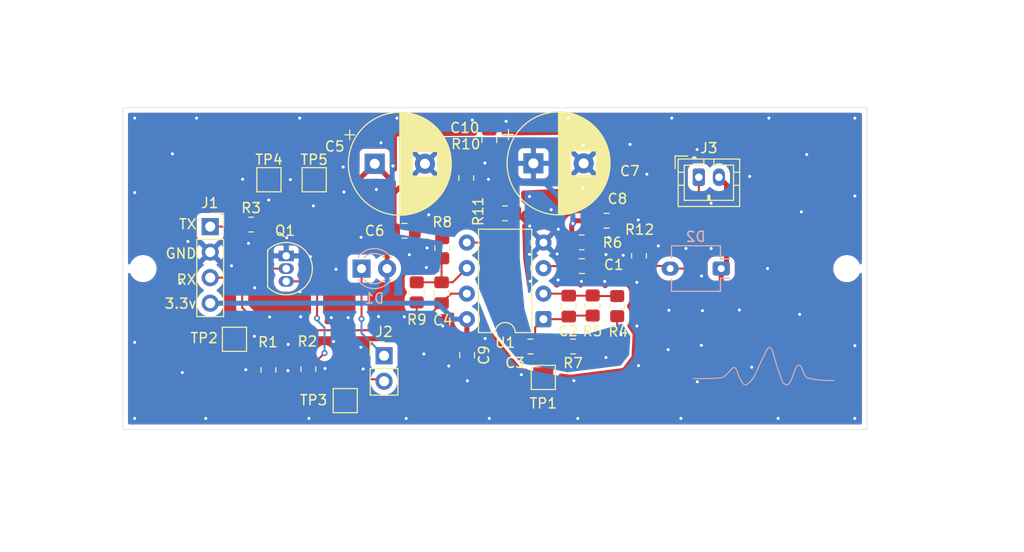
<source format=kicad_pcb>
(kicad_pcb (version 20241229) (generator "pcbnew") (generator_version "9.0")
  (layers (0 "F.Cu" signal) (2 "B.Cu" signal) (13 "F.Paste" user) (15 "B.Paste" user) (5 "F.SilkS" user "F.Silkscreen") (7 "B.SilkS" user "B.Silkscreen") (1 "F.Mask" user) (3 "B.Mask" user) (25 "Edge.Cuts" user))
  (net 0 "")
  (net 1 "Net-(D1-K)")
  (net 2 "+3V3")
  (net 3 "/Tx")
  (net 4 "/Rx")
  (net 5 "GND")
  (net 6 "Net-(J2-Pin_2)")
  (net 7 "Net-(Q1-G)")
  (net 8 "Net-(Q1-D)")
  (net 9 "/sigin")
  (net 10 "Net-(U1A-+)")
  (net 11 "Net-(C2-Pad2)")
  (net 12 "Net-(U1A--)")
  (net 13 "Net-(U1B-+)")
  (net 14 "Net-(U1B--)")
  (net 15 "/a_gnd")
  (footprint "Resistor_SMD:R_0805_2012Metric_Pad1.20x1.40mm_HandSolder" (layer "F.Cu") (at 126.22 75.36 -90)
    (property "Reference" "R9" (at 2.71 -0.01 180) (layer "F.SilkS"))
    (property "Value" "3.3k")
    (pad "1" smd roundrect (at -1 0 270) (size 1.2 1.4) (layers "F.Cu" "F.Mask" "F.Paste") (roundrect_rratio 0.208333) (net 14 "Net-(U1B--)"))
    (pad "2" smd roundrect (at 1 0 270) (size 1.2 1.4) (layers "F.Cu" "F.Mask" "F.Paste") (roundrect_rratio 0.208333) (net 4 "/Rx"))
  )
  (footprint "Resistor_SMD:R_0805_2012Metric_Pad1.20x1.40mm_HandSolder" (layer "F.Cu") (at 131.15 63.98 -90)
    (property "Reference" "R10" (at -3.36 0.05 180) (layer "F.SilkS"))
    (property "Value" "100")
    (pad "1" smd roundrect (at -1 0 270) (size 1.2 1.4) (layers "F.Cu" "F.Mask" "F.Paste") (roundrect_rratio 0.208333) (net 15 "/a_gnd"))
    (pad "2" smd roundrect (at 1 0 270) (size 1.2 1.4) (layers "F.Cu" "F.Mask" "F.Paste") (roundrect_rratio 0.208333) (net 2 "+3V3"))
  )
  (footprint "TestPoint:TestPoint_Pad_2.0x2.0mm" (layer "F.Cu") (at 111.52 64.16)
    (property "Reference" "TP4" (at 0 -1.998 0) (layer "F.SilkS"))
    (property "Value" "TestPoint")
    (pad "1" smd rect (at 0 0) (size 2 2) (layers "F.Cu" "F.Mask") (net 5 "GND"))
  )
  (footprint "Capacitor_SMD:C_0805_2012Metric_Pad1.18x1.45mm_HandSolder" (layer "F.Cu") (at 133.441861 60.208126 90)
    (property "Reference" "C10" (at 1.208126 -2.441861 0) (layer "F.SilkS"))
    (property "Value" "100 nF")
    (pad "1" smd roundrect (at -1.0375 0 90) (size 1.175 1.45) (layers "F.Cu" "F.Mask" "F.Paste") (roundrect_rratio 0.212766) (net 15 "/a_gnd"))
    (pad "2" smd roundrect (at 1.0375 0 90) (size 1.175 1.45) (layers "F.Cu" "F.Mask" "F.Paste") (roundrect_rratio 0.212766) (net 5 "GND"))
  )
  (footprint "Capacitor_SMD:C_0805_2012Metric_Pad1.18x1.45mm_HandSolder" (layer "F.Cu") (at 128.69 75.4 -90)
    (property "Reference" "C4" (at 2.74 -0.12 180) (layer "F.SilkS"))
    (property "Value" "2nF")
    (pad "1" smd roundrect (at -1.0375 0 270) (size 1.175 1.45) (layers "F.Cu" "F.Mask" "F.Paste") (roundrect_rratio 0.212766) (net 14 "Net-(U1B--)"))
    (pad "2" smd roundrect (at 1.0375 0 270) (size 1.175 1.45) (layers "F.Cu" "F.Mask" "F.Paste") (roundrect_rratio 0.212766) (net 4 "/Rx"))
  )
  (footprint "Resistor_SMD:R_0805_2012Metric_Pad1.20x1.40mm_HandSolder" (layer "F.Cu") (at 148.33 71.73 -90)
    (property "Reference" "R12" (at -2.61 -0.05 180) (layer "F.SilkS"))
    (property "Value" "2.6k")
    (pad "1" smd roundrect (at -1 0 270) (size 1.2 1.4) (layers "F.Cu" "F.Mask" "F.Paste") (roundrect_rratio 0.208333) (net 5 "GND"))
    (pad "2" smd roundrect (at 1 0 270) (size 1.2 1.4) (layers "F.Cu" "F.Mask" "F.Paste") (roundrect_rratio 0.208333) (net 9 "/sigin"))
  )
  (footprint "Connector_PinSocket_2.54mm:PinSocket_1x04_P2.54mm_Vertical" (layer "F.Cu") (at 105.68 68.82)
    (property "Reference" "J1" (at -0.04 -2.35 0) (layer "F.SilkS"))
    (property "Value" "Conn_01x04_Socket" (hide yes))
    (pad "1" thru_hole rect (at 0 0) (size 1.7 1.7) (drill 1) (layers "*.Cu" "*.Mask") (net 3 "/Tx"))
    (pad "2" thru_hole circle (at 0 2.54) (size 1.7 1.7) (drill 1) (layers "*.Cu" "*.Mask") (net 5 "GND"))
    (pad "3" thru_hole circle (at 0 5.08) (size 1.7 1.7) (drill 1) (layers "*.Cu" "*.Mask") (net 4 "/Rx"))
    (pad "4" thru_hole circle (at 0 7.62) (size 1.7 1.7) (drill 1) (layers "*.Cu" "*.Mask") (net 2 "+3V3"))
  )
  (footprint "Capacitor_SMD:C_0805_2012Metric_Pad1.18x1.45mm_HandSolder" (layer "F.Cu") (at 141.34 76.73 -90)
    (property "Reference" "C2" (at 2.48 0.06 180) (layer "F.SilkS"))
    (property "Value" "2nF")
    (pad "1" smd roundrect (at -1.0375 0 270) (size 1.175 1.45) (layers "F.Cu" "F.Mask" "F.Paste") (roundrect_rratio 0.212766) (net 12 "Net-(U1A--)"))
    (pad "2" smd roundrect (at 1.0375 0 270) (size 1.175 1.45) (layers "F.Cu" "F.Mask" "F.Paste") (roundrect_rratio 0.212766) (net 11 "Net-(C2-Pad2)"))
  )
  (footprint "TestPoint:TestPoint_Pad_2.0x2.0mm" (layer "F.Cu") (at 116.02 64.16)
    (property "Reference" "TP5" (at 0 -1.998 0) (layer "F.SilkS"))
    (property "Value" "TestPoint")
    (pad "1" smd rect (at 0 0) (size 2 2) (layers "F.Cu" "F.Mask") (net 2 "+3V3"))
  )
  (footprint "TestPoint:TestPoint_Pad_2.0x2.0mm" (layer "F.Cu") (at 119.11 86.13)
    (property "Reference" "TP3" (at -3.15 -0.05 0) (layer "F.SilkS"))
    (property "Value" "TestPoint")
    (pad "1" smd rect (at 0 0) (size 2 2) (layers "F.Cu" "F.Mask") (net 6 "Net-(J2-Pin_2)"))
  )
  (footprint "Capacitor_SMD:C_0805_2012Metric_Pad1.18x1.45mm_HandSolder" (layer "F.Cu") (at 131.228989 81.60405 -90)
    (property "Reference" "C9" (at 0 -1.68 90) (layer "F.SilkS"))
    (property "Value" "100 nF")
    (pad "1" smd roundrect (at -1.0375 0 270) (size 1.175 1.45) (layers "F.Cu" "F.Mask" "F.Paste") (roundrect_rratio 0.212766) (net 2 "+3V3"))
    (pad "2" smd roundrect (at 1.0375 0 270) (size 1.175 1.45) (layers "F.Cu" "F.Mask" "F.Paste") (roundrect_rratio 0.212766) (net 5 "GND"))
  )
  (footprint "Resistor_SMD:R_0805_2012Metric_Pad1.20x1.40mm_HandSolder" (layer "F.Cu") (at 135 67.5 180)
    (property "Reference" "R11" (at 2.67 0.19 90) (layer "F.SilkS"))
    (property "Value" "100")
    (pad "1" smd roundrect (at -1 0 180) (size 1.2 1.4) (layers "F.Cu" "F.Mask" "F.Paste") (roundrect_rratio 0.208333) (net 5 "GND"))
    (pad "2" smd roundrect (at 1 0 180) (size 1.2 1.4) (layers "F.Cu" "F.Mask" "F.Paste") (roundrect_rratio 0.208333) (net 15 "/a_gnd"))
  )
  (footprint "Connector_PinHeader_2.54mm:PinHeader_1x02_P2.54mm_Vertical" (layer "F.Cu") (at 122.97 81.665)
    (property "Reference" "J2" (at 0 -2.38 0) (layer "F.SilkS"))
    (property "Value" "Conn_01x02" (hide yes))
    (pad "1" thru_hole rect (at 0 0) (size 1.7 1.7) (drill 1) (layers "*.Cu" "*.Mask") (net 1 "Net-(D1-K)"))
    (pad "2" thru_hole circle (at 0 2.54) (size 1.7 1.7) (drill 1) (layers "*.Cu" "*.Mask") (net 6 "Net-(J2-Pin_2)"))
  )
  (footprint "Resistor_SMD:R_0805_2012Metric_Pad1.20x1.40mm_HandSolder" (layer "F.Cu") (at 141.77 80.75 180)
    (property "Reference" "R7" (at 0 -1.65 0) (layer "F.SilkS"))
    (property "Value" "5.2k")
    (pad "1" smd roundrect (at -1 0 180) (size 1.2 1.4) (layers "F.Cu" "F.Mask" "F.Paste") (roundrect_rratio 0.208333) (net 15 "/a_gnd"))
    (pad "2" smd roundrect (at 1 0 180) (size 1.2 1.4) (layers "F.Cu" "F.Mask" "F.Paste") (roundrect_rratio 0.208333) (net 11 "Net-(C2-Pad2)"))
  )
  (footprint "Capacitor_SMD:C_0805_2012Metric_Pad1.18x1.45mm_HandSolder" (layer "F.Cu") (at 142.64 72.75 180)
    (property "Reference" "C1" (at -3.18 0.13 0) (layer "F.SilkS"))
    (property "Value" "20nF")
    (pad "1" smd roundrect (at -1.0375 0 180) (size 1.175 1.45) (layers "F.Cu" "F.Mask" "F.Paste") (roundrect_rratio 0.212766) (net 9 "/sigin"))
    (pad "2" smd roundrect (at 1.0375 0 180) (size 1.175 1.45) (layers "F.Cu" "F.Mask" "F.Paste") (roundrect_rratio 0.212766) (net 10 "Net-(U1A-+)"))
  )
  (footprint "MountingHole:MountingHole_2.2mm_M2" (layer "F.Cu") (at 169 73)
    (property "Reference" "REF**" (hide yes))
    (property "Value" "MountingHole_2.2mm_M2" (hide yes))
    (pad "" np_thru_hole circle (at 0 0) (size 2.2 2.2) (drill 2.2) (layers "*.Cu" "*.Mask"))
  )
  (footprint "Capacitor_THT:CP_Radial_D10.0mm_P5.00mm" (layer "F.Cu") (at 137.827349 62.53)
    (property "Reference" "C7" (at 9.592651 0.77 0) (layer "F.SilkS"))
    (property "Value" "100 uF")
    (pad "1" thru_hole rect (at 0 0) (size 2 2) (drill 1) (layers "*.Cu" "*.Mask") (net 15 "/a_gnd"))
    (pad "2" thru_hole circle (at 5 0) (size 2 2) (drill 1) (layers "*.Cu" "*.Mask") (net 5 "GND"))
  )
  (footprint "Capacitor_SMD:C_0805_2012Metric_Pad1.18x1.45mm_HandSolder" (layer "F.Cu") (at 125 69.24)
    (property "Reference" "C6" (at -2.96 0 0) (layer "F.SilkS"))
    (property "Value" "0.1 uF")
    (pad "1" smd roundrect (at -1.0375 0) (size 1.175 1.45) (layers "F.Cu" "F.Mask" "F.Paste") (roundrect_rratio 0.212766) (net 2 "+3V3"))
    (pad "2" smd roundrect (at 1.0375 0) (size 1.175 1.45) (layers "F.Cu" "F.Mask" "F.Paste") (roundrect_rratio 0.212766) (net 15 "/a_gnd"))
  )
  (footprint "Capacitor_SMD:C_0805_2012Metric_Pad1.18x1.45mm_HandSolder" (layer "F.Cu") (at 145.11 68.24)
    (property "Reference" "C8" (at 1.072764 -2.180345 0) (layer "F.SilkS"))
    (property "Value" "0.1 uF")
    (pad "1" smd roundrect (at -1.0375 0) (size 1.175 1.45) (layers "F.Cu" "F.Mask" "F.Paste") (roundrect_rratio 0.212766) (net 15 "/a_gnd"))
    (pad "2" smd roundrect (at 1.0375 0) (size 1.175 1.45) (layers "F.Cu" "F.Mask" "F.Paste") (roundrect_rratio 0.212766) (net 5 "GND"))
  )
  (footprint "TestPoint:TestPoint_Pad_2.0x2.0mm" (layer "F.Cu") (at 138.81 83.82)
    (property "Reference" "TP1" (at 0 2.58 0) (layer "F.SilkS"))
    (property "Value" "TestPoint")
    (pad "1" smd rect (at 0 0) (size 2 2) (layers "F.Cu" "F.Mask") (net 11 "Net-(C2-Pad2)"))
  )
  (footprint "MountingHole:MountingHole_2.2mm_M2" (layer "F.Cu") (at 99 73)
    (property "Reference" "REF**" (hide yes))
    (property "Value" "MountingHole_2.2mm_M2" (hide yes))
    (pad "" np_thru_hole circle (at 0 0) (size 2.2 2.2) (drill 2.2) (layers "*.Cu" "*.Mask"))
  )
  (footprint "Resistor_SMD:R_0805_2012Metric_Pad1.20x1.40mm_HandSolder" (layer "F.Cu") (at 142.64 70.39)
    (property "Reference" "R6" (at 3.05 0.03 0) (layer "F.SilkS"))
    (property "Value" "5.2k")
    (pad "1" smd roundrect (at -1 0) (size 1.2 1.4) (layers "F.Cu" "F.Mask" "F.Paste") (roundrect_rratio 0.208333) (net 15 "/a_gnd"))
    (pad "2" smd roundrect (at 1 0) (size 1.2 1.4) (layers "F.Cu" "F.Mask" "F.Paste") (roundrect_rratio 0.208333) (net 9 "/sigin"))
  )
  (footprint "Resistor_SMD:R_0805_2012Metric_Pad1.20x1.40mm_HandSolder" (layer "F.Cu") (at 128.76 70.97 -90)
    (property "Reference" "R8" (at -2.59 0 180) (layer "F.SilkS"))
    (property "Value" "10")
    (pad "1" smd roundrect (at -1 0 270) (size 1.2 1.4) (layers "F.Cu" "F.Mask" "F.Paste") (roundrect_rratio 0.208333) (net 15 "/a_gnd"))
    (pad "2" smd roundrect (at 1 0 270) (size 1.2 1.4) (layers "F.Cu" "F.Mask" "F.Paste") (roundrect_rratio 0.208333) (net 14 "Net-(U1B--)"))
  )
  (footprint "Resistor_SMD:R_0805_2012Metric_Pad1.20x1.40mm_HandSolder" (layer "F.Cu") (at 146.16 76.73 90)
    (property "Reference" "R4" (at -2.54 0.1 180) (layer "F.SilkS"))
    (property "Value" "10")
    (pad "1" smd roundrect (at -1 0 90) (size 1.2 1.4) (layers "F.Cu" "F.Mask" "F.Paste") (roundrect_rratio 0.208333) (net 15 "/a_gnd"))
    (pad "2" smd roundrect (at 1 0 90) (size 1.2 1.4) (layers "F.Cu" "F.Mask" "F.Paste") (roundrect_rratio 0.208333) (net 12 "Net-(U1A--)"))
  )
  (footprint "TestPoint:TestPoint_Pad_2.0x2.0mm" (layer "F.Cu") (at 108.09 80.03)
    (property "Reference" "TP2" (at -3.01 -0.12 0) (layer "F.SilkS"))
    (property "Value" "TestPoint")
    (pad "1" smd rect (at 0 0) (size 2 2) (layers "F.Cu" "F.Mask") (net 4 "/Rx"))
  )
  (footprint "Connector_JST:JST_PH_B2B-PH-K_1x02_P2.00mm_Vertical" (layer "F.Cu") (at 154.28 63.91)
    (property "Reference" "J3" (at 1 -2.9 0) (layer "F.SilkS"))
    (property "Value" "Conn_01x02_Socket")
    (pad "1" thru_hole roundrect (at 0 0) (size 1.2 1.75) (drill 0.75) (layers "*.Cu" "*.Mask") (roundrect_rratio 0.208333) (net 9 "/sigin"))
    (pad "2" thru_hole oval (at 2 0) (size 1.2 1.75) (drill 0.75) (layers "*.Cu" "*.Mask") (net 2 "+3V3"))
  )
  (footprint "Capacitor_SMD:C_0805_2012Metric_Pad1.18x1.45mm_HandSolder" (layer "F.Cu") (at 137.53 80.75 180)
    (property "Reference" "C3" (at 1.53 -1.62 0) (layer "F.SilkS"))
    (property "Value" "20nF")
    (pad "1" smd roundrect (at -1.0375 0 180) (size 1.175 1.45) (layers "F.Cu" "F.Mask" "F.Paste") (roundrect_rratio 0.212766) (net 11 "Net-(C2-Pad2)"))
    (pad "2" smd roundrect (at 1.0375 0 180) (size 1.175 1.45) (layers "F.Cu" "F.Mask" "F.Paste") (roundrect_rratio 0.212766) (net 13 "Net-(U1B-+)"))
  )
  (footprint "Resistor_SMD:R_0805_2012Metric_Pad1.20x1.40mm_HandSolder" (layer "F.Cu") (at 115.44 83.005 90)
    (property "Reference" "R2" (at 2.76 -0.1 180) (layer "F.SilkS"))
    (property "Value" "10")
    (pad "1" smd roundrect (at -1 0 90) (size 1.2 1.4) (layers "F.Cu" "F.Mask" "F.Paste") (roundrect_rratio 0.208333) (net 6 "Net-(J2-Pin_2)"))
    (pad "2" smd roundrect (at 1 0 90) (size 1.2 1.4) (layers "F.Cu" "F.Mask" "F.Paste") (roundrect_rratio 0.208333) (net 8 "Net-(Q1-D)"))
  )
  (footprint "Resistor_SMD:R_0805_2012Metric_Pad1.20x1.40mm_HandSolder" (layer "F.Cu") (at 109.75 68.62)
    (property "Reference" "R3" (at 0 -1.65 0) (layer "F.SilkS"))
    (property "Value" "330")
    (pad "1" smd roundrect (at -1 0) (size 1.2 1.4) (layers "F.Cu" "F.Mask" "F.Paste") (roundrect_rratio 0.208333) (net 3 "/Tx"))
    (pad "2" smd roundrect (at 1 0) (size 1.2 1.4) (layers "F.Cu" "F.Mask" "F.Paste") (roundrect_rratio 0.208333) (net 7 "Net-(Q1-G)"))
  )
  (footprint "Capacitor_THT:CP_Radial_D10.0mm_P5.00mm" (layer "F.Cu") (at 122.037349 62.57)
    (property "Reference" "C5" (at -3.977349 -1.72 0) (layer "F.SilkS"))
    (property "Value" "100 uF")
    (pad "1" thru_hole rect (at 0 0) (size 2 2) (drill 1) (layers "*.Cu" "*.Mask") (net 2 "+3V3"))
    (pad "2" thru_hole circle (at 5 0) (size 2 2) (drill 1) (layers "*.Cu" "*.Mask") (net 15 "/a_gnd"))
  )
  (footprint "Package_TO_SOT_THT:TO-92_Inline" (layer "F.Cu") (at 113.24 71.73 -90)
    (property "Reference" "Q1" (at -2.5 0.12 180) (layer "F.SilkS"))
    (property "Value" "VN2106" (hide yes))
    (pad "1" thru_hole rect (at 0 0 270) (size 1.05 1.5) (drill 0.75) (layers "*.Cu" "*.Mask") (net 5 "GND"))
    (pad "2" thru_hole oval (at 1.27 0 270) (size 1.05 1.5) (drill 0.75) (layers "*.Cu" "*.Mask") (net 7 "Net-(Q1-G)"))
    (pad "3" thru_hole oval (at 2.54 0 270) (size 1.05 1.5) (drill 0.75) (layers "*.Cu" "*.Mask") (net 8 "Net-(Q1-D)"))
  )
  (footprint "Package_DIP:DIP-8_W7.62mm" (layer "F.Cu") (at 138.825 78.03 180)
    (property "Reference" "U1" (at 3.81 -2.33 0) (layer "F.SilkS"))
    (property "Value" "MCP6002-xP" (hide yes))
    (pad "1" thru_hole roundrect (at 0 0 180) (size 1.6 1.6) (drill 0.8) (layers "*.Cu" "*.Mask") (roundrect_rratio 0.15625) (net 11 "Net-(C2-Pad2)"))
    (pad "2" thru_hole circle (at 0 2.54 180) (size 1.6 1.6) (drill 0.8) (layers "*.Cu" "*.Mask") (net 12 "Net-(U1A--)"))
    (pad "3" thru_hole circle (at 0 5.08 180) (size 1.6 1.6) (drill 0.8) (layers "*.Cu" "*.Mask") (net 10 "Net-(U1A-+)"))
    (pad "4" thru_hole circle (at 0 7.62 180) (size 1.6 1.6) (drill 0.8) (layers "*.Cu" "*.Mask") (net 5 "GND"))
    (pad "5" thru_hole circle (at 7.62 7.62 180) (size 1.6 1.6) (drill 0.8) (layers "*.Cu" "*.Mask") (net 13 "Net-(U1B-+)"))
    (pad "6" thru_hole circle (at 7.62 5.08 180) (size 1.6 1.6) (drill 0.8) (layers "*.Cu" "*.Mask") (net 14 "Net-(U1B--)"))
    (pad "7" thru_hole circle (at 7.62 2.54 180) (size 1.6 1.6) (drill 0.8) (layers "*.Cu" "*.Mask") (net 4 "/Rx"))
    (pad "8" thru_hole circle (at 7.62 0 180) (size 1.6 1.6) (drill 0.8) (layers "*.Cu" "*.Mask") (net 2 "+3V3"))
  )
  (footprint "Resistor_SMD:R_0805_2012Metric_Pad1.20x1.40mm_HandSolder" (layer "F.Cu") (at 143.72 76.67 -90)
    (property "Reference" "R5" (at 2.55 0.02 180) (layer "F.SilkS"))
    (property "Value" "3.3k")
    (pad "1" smd roundrect (at -1 0 270) (size 1.2 1.4) (layers "F.Cu" "F.Mask" "F.Paste") (roundrect_rratio 0.208333) (net 12 "Net-(U1A--)"))
    (pad "2" smd roundrect (at 1 0 270) (size 1.2 1.4) (layers "F.Cu" "F.Mask" "F.Paste") (roundrect_rratio 0.208333) (net 11 "Net-(C2-Pad2)"))
  )
  (footprint "Resistor_SMD:R_0805_2012Metric_Pad1.20x1.40mm_HandSolder" (layer "F.Cu") (at 111.47 83.075 90)
    (property "Reference" "R1" (at 2.76 -0.05 180) (layer "F.SilkS"))
    (property "Value" "10")
    (pad "1" smd roundrect (at -1 0 90) (size 1.2 1.4) (layers "F.Cu" "F.Mask" "F.Paste") (roundrect_rratio 0.208333) (net 6 "Net-(J2-Pin_2)"))
    (pad "2" smd roundrect (at 1 0 90) (size 1.2 1.4) (layers "F.Cu" "F.Mask" "F.Paste") (roundrect_rratio 0.208333) (net 8 "Net-(Q1-D)"))
  )
  (footprint "LED_THT:LED_D3.0mm" (layer "B.Cu") (at 120.73 73)
    (property "Reference" "D1" (at 1.27 2.96 0) (layer "B.SilkS") (effects (justify mirror)))
    (property "Value" "LED" (hide yes))
    (pad "1" thru_hole rect (at 0 0) (size 1.8 1.8) (drill 0.9) (layers "*.Cu" "*.Mask") (net 1 "Net-(D1-K)"))
    (pad "2" thru_hole circle (at 2.54 0) (size 1.8 1.8) (drill 0.9) (layers "*.Cu" "*.Mask") (net 2 "+3V3"))
  )
  (footprint "OptoDevice:Osram_DIL2_4.3x4.65mm_P5.08mm" (layer "B.Cu") (at 156.510048 72.994083 180)
    (property "Reference" "D2" (at 2.54 3.17 0) (layer "B.SilkS") (effects (justify mirror)))
    (property "Value" "BPW34")
    (pad "1" thru_hole roundrect (at 0 0 180) (size 1.7 1.4) (drill 0.7) (layers "*.Cu" "*.Mask") (roundrect_rratio 0.178) (net 2 "+3V3"))
    (pad "2" thru_hole oval (at 5.08 0 180) (size 1.7 1.4) (drill 0.7) (layers "*.Cu" "*.Mask") (net 9 "/sigin"))
  )
  (gr_curve (pts (xy 160.97 81.25) (xy 161.2 80.77) (xy 161.46 80.6) (xy 161.69 81.45)) (stroke (width 0.1)) (layer "B.SilkS"))
  (gr_curve (pts (xy 162.81 84.48) (xy 163.21 84.72) (xy 163.4 84.37) (xy 163.76 83.3)) (stroke (width 0.1)) (layer "B.SilkS"))
  (gr_curve (pts (xy 156.75 83.78) (xy 157.52 83.18) (xy 157.79 82.26) (xy 158.13 83.32)) (stroke (width 0.1)) (layer "B.SilkS"))
  (gr_curve (pts (xy 162.22 83.2) (xy 162.6 84.11) (xy 162.39 84.09) (xy 162.81 84.48)) (stroke (width 0.1)) (layer "B.SilkS"))
  (gr_curve (pts (xy 159.02 84.54) (xy 159.28 84.38) (xy 159.64 84.14) (xy 160.09 83.1)) (stroke (width 0.1)) (layer "B.SilkS"))
  (gr_curve (pts (xy 164.62 83.14) (xy 164.89 83.75) (xy 164.9 83.87) (xy 165.37 83.93)) (stroke (width 0.1)) (layer "B.SilkS"))
  (gr_curve (pts (xy 153.72 83.94) (xy 154.28 83.96) (xy 156.53 83.95) (xy 156.75 83.78)) (stroke (width 0.1)) (layer "B.SilkS"))
  (gr_curve (pts (xy 158.13 83.32) (xy 158.4 84.17) (xy 158.76 84.7) (xy 159.02 84.54)) (stroke (width 0.1)) (layer "B.SilkS"))
  (gr_curve (pts (xy 160.09 83.1) (xy 160.53 82.02) (xy 160.71 81.79) (xy 160.97 81.25)) (stroke (width 0.1)) (layer "B.SilkS"))
  (gr_curve (pts (xy 161.69 81.45) (xy 161.94 82.25) (xy 161.91 82.32) (xy 162.22 83.2)) (stroke (width 0.1)) (layer "B.SilkS"))
  (gr_curve (pts (xy 165.37 83.93) (xy 165.89 84.07) (xy 166.57 84.14) (xy 167.68 84.14)) (stroke (width 0.1)) (layer "B.SilkS"))
  (gr_curve (pts (xy 163.76 83.3) (xy 164.26 81.8) (xy 164.62 83.14) (xy 164.62 83.14)) (stroke (width 0.1)) (layer "B.SilkS"))
  (gr_rect (start 97 57) (end 171 89) (stroke (width 0.05)) (fill no) (layer "Edge.Cuts"))
  (gr_text "TX" (at 102.483333 69.17 0) (layer "F.SilkS") (effects (font (size 1 1) (thickness 0.15) (bold yes)) (justify left bottom)))
  (gr_text "3.3v" (at 101.054762 77.06 0) (layer "F.SilkS") (effects (font (size 1 1) (thickness 0.15) (bold yes)) (justify left bottom)))
  (gr_text "RX" (at 102.245238 74.68 0) (layer "F.SilkS") (effects (font (size 1 1) (thickness 0.15) (bold yes)) (justify left bottom)))
  (gr_text "GND" (at 101.15 72.08 0) (layer "F.SilkS") (effects (font (size 1 1) (thickness 0.15) (bold yes)) (justify left bottom)))
  (segment (start 120.73 78) (end 120.73 73) (width 0.2) (layer "F.Cu") (net 1))
  (via (at 120.73 78) (size 0.6) (drill 0.3) (layers "F.Cu" "B.Cu") (net 1))
  (segment (start 122.97 81.665) (end 120.73 79.425) (width 0.2) (layer "B.Cu") (net 1))
  (segment (start 120.73 79.425) (end 120.73 78) (width 0.2) (layer "B.Cu") (net 1))
  (segment (start 123.89 64.422651) (end 123.89 65.412349) (width 0.5) (layer "F.Cu") (net 2))
  (segment (start 123.27 69.9325) (end 123.9625 69.24) (width 0.5) (layer "F.Cu") (net 2))
  (segment (start 123.89 65.412349) (end 123.9625 65.484849) (width 0.5) (layer "F.Cu") (net 2))
  (segment (start 157.041 64.671) (end 157.041 72.463131) (width 0.5) (layer "F.Cu") (net 2))
  (segment (start 156.28 63.91) (end 157.041 64.671) (width 0.5) (layer "F.Cu") (net 2))
  (segment (start 156.5 73.004131) (end 156.510048 72.994083) (width 0.5) (layer "F.Cu") (net 2))
  (segment (start 157.041 72.463131) (end 156.510048 72.994083) (width 0.5) (layer "F.Cu") (net 2))
  (segment (start 131.205 78.03) (end 131.205 80.542561) (width 0.5) (layer "F.Cu") (net 2))
  (segment (start 116.02 64.16) (end 120.447349 64.16) (width 0.5) (layer "F.Cu") (net 2))
  (segment (start 122.037349 62.57) (end 123.89 64.422651) (width 0.5) (layer "F.Cu") (net 2))
  (segment (start 131.56655 80.56655) (end 137 86) (width 0.5) (layer "F.Cu") (net 2))
  (segment (start 131.228989 80.56655) (end 131.56655 80.56655) (width 0.5) (layer "F.Cu") (net 2))
  (segment (start 124.467349 64.98) (end 131.15 64.98) (width 0.5) (layer "F.Cu") (net 2))
  (segment (start 123.9625 65.484849) (end 124.467349 64.98) (width 0.5) (layer "F.Cu") (net 2))
  (segment (start 123.27 73) (end 123.27 69.9325) (width 0.5) (layer "F.Cu") (net 2))
  (segment (start 154.5 86) (end 156.5 84) (width 0.5) (layer "F.Cu") (net 2))
  (segment (start 156.5 84) (end 156.5 73.004131) (width 0.5) (layer "F.Cu") (net 2))
  (segment (start 137 86) (end 154.5 86) (width 0.5) (layer "F.Cu") (net 2))
  (segment (start 120.447349 64.16) (end 122.037349 62.57) (width 0.5) (layer "F.Cu") (net 2))
  (segment (start 123.9625 69.24) (end 123.9625 65.484849) (width 0.5) (layer "F.Cu") (net 2))
  (segment (start 131.205 80.542561) (end 131.228989 80.56655) (width 0.5) (layer "F.Cu") (net 2))
  (segment (start 129.88 78.03) (end 131.205 78.03) (width 0.5) (layer "B.Cu") (net 2))
  (segment (start 123.27 75.16) (end 123.27 73) (width 0.5) (layer "B.Cu") (net 2))
  (segment (start 121.89 76.44) (end 121.99 76.44) (width 0.5) (layer "B.Cu") (net 2))
  (segment (start 121.89 76.44) (end 128.29 76.44) (width 0.5) (layer "B.Cu") (net 2))
  (segment (start 105.68 76.44) (end 121.89 76.44) (width 0.5) (layer "B.Cu") (net 2))
  (segment (start 128.29 76.44) (end 129.88 78.03) (width 0.5) (layer "B.Cu") (net 2))
  (segment (start 121.99 76.44) (end 123.27 75.16) (width 0.5) (layer "B.Cu") (net 2))
  (segment (start 108.55 68.82) (end 108.75 68.62) (width 0.2) (layer "F.Cu") (net 3))
  (segment (start 105.68 68.82) (end 108.55 68.82) (width 0.2) (layer "F.Cu") (net 3))
  (segment (start 110.495 78.515) (end 108.86 76.88) (width 0.2) (layer "F.Cu") (net 4))
  (segment (start 126.22 76.36) (end 126.22 78.9) (width 0.2) (layer "F.Cu") (net 4))
  (segment (start 131.205 75.49) (end 129.6375 75.49) (width 0.2) (layer "F.Cu") (net 4))
  (segment (start 126.22 78.9) (end 126.175 78.945) (width 0.2) (layer "F.Cu") (net 4))
  (segment (start 109.605 78.515) (end 110.495 78.515) (width 0.2) (layer "F.Cu") (net 4))
  (segment (start 126.175 78.945) (end 125.99 79.13) (width 0.2) (layer "F.Cu") (net 4))
  (segment (start 107.29 73.9) (end 105.68 73.9) (width 0.2) (layer "F.Cu") (net 4))
  (segment (start 111.11 79.13) (end 110.495 78.515) (width 0.2) (layer "F.Cu") (net 4))
  (segment (start 128.69 76.4375) (end 128.6825 76.4375) (width 0.2) (layer "F.Cu") (net 4))
  (segment (start 108.86 76.88) (end 108.86 75.47) (width 0.2) (layer "F.Cu") (net 4))
  (segment (start 129.6375 75.49) (end 128.69 76.4375) (width 0.2) (layer "F.Cu") (net 4))
  (segment (start 128.6825 76.4375) (end 126.175 78.945) (width 0.2) (layer "F.Cu") (net 4))
  (segment (start 125.99 79.13) (end 111.11 79.13) (width 0.2) (layer "F.Cu") (net 4))
  (segment (start 108.09 80.03) (end 109.605 78.515) (width 0.2) (layer "F.Cu") (net 4))
  (segment (start 108.86 75.47) (end 107.29 73.9) (width 0.2) (layer "F.Cu") (net 4))
  (segment (start 137.5 68.73) (end 137.46 68.77) (width 0.2) (layer "F.Cu") (net 5))
  (segment (start 136 67.5) (end 136.27 67.5) (width 0.5) (layer "F.Cu") (net 5))
  (segment (start 136.27 67.5) (end 137.5 68.73) (width 0.5) (layer "F.Cu") (net 5))
  (via (at 126.93 81.49) (size 0.6) (drill 0.3) (layers "F.Cu" "B.Cu") (net 5))
  (via (at 145.34 69.91) (size 0.6) (drill 0.3) (layers "F.Cu" "B.Cu") (net 5))
  (via (at 115.94 66.76) (size 0.6) (drill 0.3) (layers "F.Cu" "B.Cu") (net 5))
  (via (at 120.68 69.89) (size 0.6) (drill 0.3) (layers "F.Cu" "B.Cu") (net 5))
  (via (at 142.24 87.9) (size 0.6) (drill 0.3) (layers "F.Cu" "B.Cu") (net 5))
  (via (at 133.03 79.95) (size 0.6) (drill 0.3) (layers "F.Cu" "B.Cu") (net 5))
  (via (at 161.25 58.03) (size 0.6) (drill 0.3) (layers "F.Cu" "B.Cu") (net 5))
  (via (at 158.314066 77.115955) (size 0.6) (drill 0.3) (layers "F.Cu" "B.Cu") (net 5))
  (via (at 98.171421 87.9) (size 0.6) (drill 0.3) (layers "F.Cu" "B.Cu") (net 5))
  (via (at 98.171421 58.03) (size 0.6) (drill 0.3) (layers "F.Cu" "B.Cu") (net 5))
  (via (at 123.849792 62.792715) (size 0.6) (drill 0.3) (layers "F.Cu" "B.Cu") (net 5))
  (via (at 169.8 80.67) (size 0.6) (drill 0.3) (layers "F.Cu" "B.Cu") (net 5))
  (via (at 127.25 70.94) (size 0.6) (drill 0.3) (layers "F.Cu" "B.Cu") (net 5))
  (via (at 115.5 87.9) (size 0.6) (drill 0.3) (layers "F.Cu" "B.Cu") (net 5))
  (via (at 137.46 68.77) (size 0.6) (drill 0.3) (layers "F.Cu" "B.Cu") (net 5))
  (via (at 141.85 84.14) (size 0.6) (drill 0.3) (layers "F.Cu" "B.Cu") (net 5))
  (via (at 113.43 80.54) (size 0.6) (drill 0.3) (layers "F.Cu" "B.Cu") (net 5))
  (via (at 108.9 64.11) (size 0.6) (drill 0.3) (layers "F.Cu" "B.Cu") (net 5))
  (via (at 109.49 70.49) (size 0.6) (drill 0.3) (layers "F.Cu" "B.Cu") (net 5))
  (via (at 137.44 71.58) (size 0.6) (drill 0.3) (layers "F.Cu" "B.Cu") (net 5))
  (via (at 114.68 77.79) (size 0.6) (drill 0.3) (layers "F.Cu" "B.Cu") (net 5))
  (via (at 154.13302 84.25527) (size 0.6) (drill 0.3) (layers "F.Cu" "B.Cu") (net 5))
  (via (at 141.32 58.03) (size 0.6) (drill 0.3) (layers "F.Cu" "B.Cu") (net 5))
  (via (at 119.4 77.88) (size 0.6) (drill 0.3) (layers "F.Cu" "B.Cu") (net 5))
  (via (at 125.17 87.9) (size 0.6) (drill 0.3) (layers "F.Cu" "B.Cu") (net 5))
  (via (at 142.78 60.73) (size 0.6) (drill 0.3) (layers "F.Cu" "B.Cu") (net 5))
  (via (at 144.92 74.28) (size 0.6) (drill 0.3) (layers "F.Cu" "B.Cu") (net 5))
  (via (at 113.65 64.15) (size 0.6) (drill 0.3) (layers "F.Cu" "B.Cu") (net 5))
  (via (at 155.5 71) (size 0.6) (drill 0.3) (layers "F.Cu" "B.Cu") (net 5))
  (via (at 118.904522 62.898251) (size 0.6) (drill 0.3) (layers "F.Cu" "B.Cu") (net 5))
  (via (at 117.096627 82.935391) (size 0.6) (drill 0.3) (layers "F.Cu" "B.Cu") (net 5))
  (via (at 110.11 74.91) (size 0.6) (drill 0.3) (layers "F.Cu" "B.Cu") (net 5))
  (via (at 159.54 82.81) (size 0.6) (drill 0.3) (layers "F.Cu" "B.Cu") (net 5))
  (via (at 155.5 66.5) (size 0.6) (drill 0.3) (layers "F.Cu" "B.Cu") (net 5))
  (via (at 98.171421 65.44) (size 0.6) (drill 0.3) (layers "F.Cu" "B.Cu") (net 5))
  (via (at 118.97613 65.380653) (size 0.6) (drill 0.3) (layers "F.Cu" "B.Cu") (net 5))
  (via (at 162.17 87.9) (size 0.6) (drill 0.3) (layers "F.Cu" "B.Cu") (net 5))
  (via (at 169.8 87.9) (size 0.6) (drill 0.3) (layers "F.Cu" "B.Cu") (net 5))
  (via (at 117.73 77.88) (size 0.6) (drill 0.3) (layers "F.Cu" "B.Cu") (net 5))
  (via (at 124.25 58.03) (size 0.6) (drill 0.3) (layers "F.Cu" "B.Cu") (net 5))
  (via (at 131.26 84.16) (size 0.6) (drill 0.3) (layers "F.Cu" "B.Cu") (net 5))
  (via (at 98.171421 80.34) (size 0.6) (drill 0.3) (layers "F.Cu" "B.Cu") (net 5))
  (via (at 137.51 74.25) (size 0.6) (drill 0.3) (layers "F.Cu" "B.Cu") (net 5))
  (via (at 113.41 83.15) (size 0.6) (drill 0.3) (layers "F.Cu" "B.Cu") (net 5))
  (via (at 111.59 77.82) (size 0.6) (drill 0.3) (layers "F.Cu" "B.Cu") (net 5))
  (via (at 152.5 87.9) (size 0.6) (drill 0.3) (layers "F.Cu" "B.Cu") (net 5))
  (via (at 110.073788 79.731562) (size 0.6) (drill 0.3) (layers "F.Cu" "B.Cu") (net 5))
  (via (at 165.02 61.65) (size 0.6) (drill 0.3) (layers "F.Cu" "B.Cu") (net 5))
  (via (at 148.28 82.65) (size 0.6) (drill 0.3) (layers "F.Cu" "B.Cu") (net 5))
  (via (at 151.58 58.03) (size 0.6) (drill 0.3) (layers "F.Cu" "B.Cu") (net 5))
  (via (at 148.11 74.37) (size 0.6) (drill 0.3) (layers "F.Cu" "B.Cu") (net 5))
  (via (at 122.42 77.77) (size 0.6) (drill 0.3) (layers "F.Cu" "B.Cu") (net 5))
  (via (at 129.409426 82.68543) (size 0.6) (drill 0.3) (layers "F.Cu" "B.Cu") (net 5))
  (via (at 146.76 71.67) (size 0.6) (drill 0.3) (layers "F.Cu" "B.Cu") (net 5))
  (via (at 154.107838 61.156658) (size 0.6) (drill 0.3) (layers "F.Cu" "B.Cu") (net 5))
  (via (at 164.31 77.55) (size 0.6) (drill 0.3) (layers "F.Cu" "B.Cu") (net 5))
  (via (at 148.25 68.16) (size 0.6) (drill 0.3) (layers "F.Cu" "B.Cu") (net 5))
  (via (at 118.19 73.06) (size 0.6) (drill 0.3) (layers "F.Cu" "B.Cu") (net 5))
  (via (at 140.3 69.09) (size 0.6) (drill 0.3) (layers "F.Cu" "B.Cu") (net 5))
  (via (at 111.5 66.18) (size 0.6) (drill 0.3) (layers "F.Cu" "B.Cu") (net 5))
  (via (at 151.303046 77.143099) (size 0.6) (drill 0.3) (layers "F.Cu" "B.Cu") (net 5))
  (via (at 154.53 80.63) (size 0.6) (drill 0.3) (layers "F.Cu" "B.Cu") (net 5))
  (via (at 124.981258 77.789085) (size 0.6) (drill 0.3) (layers "F.Cu" "B.Cu") (net 5))
  (via (at 122.67 60.49) (size 0.6) (drill 0.3) (layers "F.Cu" "B.Cu") (net 5))
  (via (at 135.112077 58.353101) (size 0.6) (drill 0.3) (layers "F.Cu" "B.Cu") (net 5))
  (via (at 120.662868 80.830952) (size 0.6) (drill 0.3) (layers "F.Cu" "B.Cu") (net 5))
  (via (at 102.9 83.34) (size 0.6) (drill 0.3) (layers "F.Cu" "B.Cu") (net 5))
  (via (at 161.11 72.99) (size 0.6) (drill 0.3) (layers "F.Cu" "B.Cu") (net 5))
  (via (at 113.29 69.93) (size 0.6) (drill 0.3) (layers "F.Cu" "B.Cu") (net 5))
  (via (at 115.64 71.81) (size 0.6) (drill 0.3) (layers "F.Cu" "B.Cu") (net 5))
  (via (at 140.28 74.13) (size 0.6) (drill 0.3) (layers "F.Cu" "B.Cu") (net 5))
  (via (at 133.43 87.9) (size 0.6) (drill 0.3) (layers "F.Cu" "B.Cu") (net 5))
  (via (at 147.437772 60.645542) (size 0.6) (drill 0.3) (layers "F.Cu" "B.Cu") (net 5))
  (via (at 107.8 72.72) (size 0.6) (drill 0.3) (layers "F.Cu" "B.Cu") (net 5))
  (via (at 114.61 75.3) (size 0.6) (drill 0.3) (layers "F.Cu" "B.Cu") (net 5))
  (via (at 169.8 58.03) (size 0.6) (drill 0.3) (layers "F.Cu" "B.Cu") (net 5))
  (via (at 104.32 58.03) (size 0.6) (drill 0.3) (layers "F.Cu" "B.Cu") (net 5))
  (via (at 140.19 71.54) (size 0.6) (drill 0.3) (layers "F.Cu" "B.Cu") (net 5))
  (via (at 151.228602 81.0573) (size 0.6) (drill 0.3) (layers "F.Cu" "B.Cu") (net 5))
  (via (at 125.49 71.62) (size 0.6) (drill 0.3) (layers "F.Cu" "B.Cu") (net 5))
  (via (at 101.92 61.58) (size 0.6) (drill 0.3) (layers "F.Cu" "B.Cu") (net 5))
  (via (at 137.44 65.83) (size 0.6) (drill 0.3) (layers "F.Cu" "B.Cu") (net 5))
  (via (at 164.48 67.352122) (size 0.6) (drill 0.3) (layers "F.Cu" "B.Cu") (net 5))
  (via (at 114.58 58.03) (size 0.6) (drill 0.3) (layers "F.Cu" "B.Cu") (net 5))
  (via (at 149.11 63.61) (size 0.6) (drill 0.3) (layers "F.Cu" "B.Cu") (net 5))
  (via (at 154.550298 73.739551) (size 0.6) (drill 0.3) (layers "F.Cu" "B.Cu") (net 5))
  (via (at 122.21 65.13) (size 0.6) (drill 0.3) (layers "F.Cu" "B.Cu") (net 5))
  (via (at 148.12 78.71) (size 0.6) (drill 0.3) (layers "F.Cu" "B.Cu") (net 5))
  (via (at 153 71) (size 0.6) (drill 0.3) (layers "F.Cu" "B.Cu") (net 5))
  (via (at 154.63832 77.185) (size 0.6) (drill 0.3) (layers "F.Cu" "B.Cu") (net 5))
  (via (at 169.8 65.77) (size 0.6) (drill 0.3) (layers "F.Cu" "B.Cu") (net 5))
  (via (at 159.34 63.83) (size 0.6) (drill 0.3) (layers "F.Cu" "B.Cu") (net 5))
  (via (at 139.59 67.14) (size 0.6) (drill 0.3) (layers "F.Cu" "B.Cu") (net 5))
  (via (at 105.24 87.9) (size 0.6) (drill 0.3) (layers "F.Cu" "B.Cu") (net 5))
  (via (at 142.6 74.27) (size 0.6) (drill 0.3) (layers "F.Cu" "B.Cu") (net 5))
  (via (at 120.887162 82.988222) (size 0.6) (drill 0.3) (layers "F.Cu" "B.Cu") (net 5))
  (via (at 109.22 83.06) (size 0.6) (drill 0.3) (layers "F.Cu" "B.Cu") (net 5))
  (via (at 127.18 72.89) (size 0.6) (drill 0.3) (layers "F.Cu" "B.Cu") (net 5))
  (via (at 136.63 83.55) (size 0.6) (drill 0.3) (layers "F.Cu" "B.Cu") (net 5))
  (via (at 102.71 74.44) (size 0.6) (drill 0.3) (layers "F.Cu" "B.Cu") (net 5))
  (via (at 150.248911 70.740086) (size 0.6) (drill 0.3) (layers "F.Cu" "B.Cu") (net 5))
  (via (at 117.946684 80.25326) (size 0.6) (drill 0.3) (layers "F.Cu" "B.Cu") (net 5))
  (via (at 103.46 70.3) (size 0.6) (drill 0.3) (layers "F.Cu" "B.Cu") (net 5))
  (via (at 145.04 71.6) (size 0.6) (drill 0.3) (layers "F.Cu" "B.Cu") (net 5))
  (via (at 128.8 78.7) (size 0.6) (drill 0.3) (layers "F.Cu" "B.Cu") (net 5))
  (via (at 142.76 64.95) (size 0.6) (drill 0.3) (layers "F.Cu" "B.Cu") (net 5))
  (via (at 131.75 58.22) (size 0.6) (drill 0.3) (layers "F.Cu" "B.Cu") (net 5))
  (segment (start 122.77 84.005) (end 122.97 84.205) (width 0.2) (layer "F.Cu") (net 6))
  (segment (start 119.48 84.005) (end 122.77 84.005) (width 0.2) (layer "F.Cu") (net 6))
  (segment (start 111.47 84.075) (end 111.596 84.201) (width 0.2) (layer "F.Cu") (net 6))
  (segment (start 119.11 84.375) (end 119.48 84.005) (width 0.2) (layer "F.Cu") (net 6))
  (segment (start 115.244 84.201) (end 115.44 84.005) (width 0.2) (layer "F.Cu") (net 6))
  (segment (start 115.44 84.005) (end 119.48 84.005) (width 0.2) (layer "F.Cu") (net 6))
  (segment (start 111.596 84.201) (end 115.244 84.201) (width 0.2) (layer "F.Cu") (net 6))
  (segment (start 119.11 86.13) (end 119.11 84.375) (width 0.2) (layer "F.Cu") (net 6))
  (segment (start 110.75 72.16) (end 111.59 73) (width 0.2) (layer "F.Cu") (net 7))
  (segment (start 110.75 68.62) (end 110.75 72.16) (width 0.2) (layer "F.Cu") (net 7))
  (segment (start 111.59 73) (end 113.24 73) (width 0.2) (layer "F.Cu") (net 7))
  (segment (start 116.445 82.005) (end 117.05 81.4) (width 0.2) (layer "F.Cu") (net 8))
  (segment (start 116.31 77.3) (end 116.31 75.47) (width 0.2) (layer "F.Cu") (net 8))
  (segment (start 116.31 75.47) (end 115.11 74.27) (width 0.2) (layer "F.Cu") (net 8))
  (segment (start 115.11 74.27) (end 113.24 74.27) (width 0.2) (layer "F.Cu") (net 8))
  (segment (start 116.3 77.94) (end 116.3 77.31) (width 0.2) (layer "F.Cu") (net 8))
  (segment (start 116.3 77.31) (end 116.31 77.3) (width 0.2) (layer "F.Cu") (net 8))
  (segment (start 115.44 82.005) (end 116.445 82.005) (width 0.2) (layer "F.Cu") (net 8))
  (segment (start 115.37 82.075) (end 115.44 82.005) (width 0.2) (layer "F.Cu") (net 8))
  (segment (start 111.47 82.075) (end 115.37 82.075) (width 0.2) (layer "F.Cu") (net 8))
  (via (at 116.3 77.94) (size 0.6) (drill 0.3) (layers "F.Cu" "B.Cu") (net 8))
  (via (at 117.05 81.4) (size 0.6) (drill 0.3) (layers "F.Cu" "B.Cu") (net 8))
  (segment (start 117.05 78.89) (end 117.06 78.88) (width 0.2) (layer "B.Cu") (net 8))
  (segment (start 117.05 81.4) (end 117.05 78.89) (width 0.2) (layer "B.Cu") (net 8))
  (segment (start 116.3 78.12) (end 116.3 77.94) (width 0.2) (layer "B.Cu") (net 8))
  (segment (start 117.06 78.88) (end 116.3 78.12) (width 0.2) (layer "B.Cu") (net 8))
  (segment (start 151.005917 72.994083) (end 150.741834 72.73) (width 0.2) (layer "F.Cu") (net 9))
  (segment (start 148.33 72.73) (end 143.6975 72.73) (width 0.2) (layer "F.Cu") (net 9))
  (segment (start 151.430048 72.994083) (end 151.005917 72.994083) (width 0.2) (layer "F.Cu") (net 9))
  (segment (start 148.6 73) (end 148.33 72.73) (width 0.2) (layer "F.Cu") (net 9))
  (segment (start 143.29 70.74) (end 143.64 70.39) (width 0.2) (layer "F.Cu") (net 9))
  (segment (start 153.494083 72.994083) (end 151.430048 72.994083) (width 0.2) (layer "F.Cu") (net 9))
  (segment (start 153.5 73) (end 153.494083 72.994083) (width 0.2) (layer "F.Cu") (net 9))
  (segment (start 154.28 63.91) (end 154.28 72.22) (width 0.2) (layer "F.Cu") (net 9))
  (segment (start 143.6775 72.75) (end 143.29 72.3625) (width 0.2) (layer "F.Cu") (net 9))
  (segment (start 154.28 72.22) (end 153.5 73) (width 0.2) (layer "F.Cu") (net 9))
  (segment (start 143.29 72.3625) (end 143.29 70.74) (width 0.2) (layer "F.Cu") (net 9))
  (segment (start 150.741834 72.73) (end 148.33 72.73) (width 0.2) (layer "F.Cu") (net 9))
  (segment (start 139.025 72.75) (end 138.825 72.95) (width 0.2) (layer "F.Cu") (net 10))
  (segment (start 141.6025 72.75) (end 139.025 72.75) (width 0.2) (layer "F.Cu") (net 10))
  (segment (start 138.825 78.03) (end 141.0775 78.03) (width 0.2) (layer "F.Cu") (net 11))
  (segment (start 143.72 77.67) (end 141.4375 77.67) (width 0.2) (layer "F.Cu") (net 11))
  (segment (start 138.5675 80.75) (end 137.998406 80.180906) (width 0.2) (layer "F.Cu") (net 11))
  (segment (start 138.81 83.82) (end 138.81 80.9925) (width 0.2) (layer "F.Cu") (net 11))
  (segment (start 138.5675 80.75) (end 140.77 80.75) (width 0.2) (layer "F.Cu") (net 11))
  (segment (start 137.998406 78.856594) (end 138.825 78.03) (width 0.2) (layer "F.Cu") (net 11))
  (segment (start 141.4375 77.67) (end 141.34 77.7675) (width 0.2) (layer "F.Cu") (net 11))
  (segment (start 138.81 80.9925) (end 138.5675 80.75) (width 0.2) (layer "F.Cu") (net 11))
  (segment (start 141.0775 78.03) (end 141.34 77.7675) (width 0.2) (layer "F.Cu") (net 11))
  (segment (start 137.998406 80.180906) (end 137.998406 78.856594) (width 0.2) (layer "F.Cu") (net 11))
  (segment (start 143.6975 75.6925) (end 143.72 75.67) (width 0.2) (layer "F.Cu") (net 12))
  (segment (start 141.34 75.6925) (end 143.6975 75.6925) (width 0.2) (layer "F.Cu") (net 12))
  (segment (start 141.1375 75.49) (end 141.34 75.6925) (width 0.2) (layer "F.Cu") (net 12))
  (segment (start 143.72 75.67) (end 143.84 75.67) (width 0.2) (layer "F.Cu") (net 12))
  (segment (start 138.825 75.49) (end 141.1375 75.49) (width 0.2) (layer "F.Cu") (net 12))
  (segment (start 143.84 75.67) (end 143.9 75.73) (width 0.2) (layer "F.Cu") (net 12))
  (segment (start 143.9 75.73) (end 146.16 75.73) (width 0.2) (layer "F.Cu") (net 12))
  (segment (start 133.41 70.41) (end 134.94 71.94) (width 0.2) (layer "F.Cu") (net 13))
  (segment (start 134.94 79.1975) (end 136.4925 80.75) (width 0.2) (layer "F.Cu") (net 13))
  (segment (start 134.94 71.94) (end 134.94 79.1975) (width 0.2) (layer "F.Cu") (net 13))
  (segment (start 131.205 70.41) (end 133.41 70.41) (width 0.2) (layer "F.Cu") (net 13))
  (segment (start 128.69 74.3625) (end 126.2225 74.3625) (width 0.2) (layer "F.Cu") (net 14))
  (segment (start 128.69 74.3625) (end 128.69 72.04) (width 0.2) (layer "F.Cu") (net 14))
  (segment (start 131.205 72.95) (end 129.7925 74.3625) (width 0.2) (layer "F.Cu") (net 14))
  (segment (start 129.7925 74.3625) (end 128.69 74.3625) (width 0.2) (layer "F.Cu") (net 14))
  (segment (start 126.2225 74.3625) (end 126.22 74.36) (width 0.2) (layer "F.Cu") (net 14))
  (segment (start 128.69 72.04) (end 128.76 71.97) (width 0.2) (layer "F.Cu") (net 14))
  (segment (start 133.36 64.12) (end 132.29 64.12) (width 0.5) (layer "F.Cu") (net 15))
  (segment (start 128.76 68.63) (end 129.12 68.27) (width 0.2) (layer "F.Cu") (net 15))
  (segment (start 126.0375 69.24) (end 126.0375 69.0325) (width 0.2) (layer "F.Cu") (net 15))
  (segment (start 133.441861 62.058139) (end 133 62.5) (width 0.5) (layer "F.Cu") (net 15))
  (segment (start 128.76 69.97) (end 128.76 68.63) (width 0.2) (layer "F.Cu") (net 15))
  (segment (start 134 67.5) (end 134 64.76) (width 0.5) (layer "F.Cu") (net 15))
  (segment (start 142.97 80.78) (end 143.98 80.78) (width 0.2) (layer "F.Cu") (net 15))
  (segment (start 143.98 80.78) (end 145.04 81.84) (width 0.2) (layer "F.Cu") (net 15))
  (segment (start 146.16 79.21) (end 146.53 79.58) (width 0.2) (layer "F.Cu") (net 15))
  (segment (start 126.0375 69.0325) (end 127.42 67.65) (width 0.2) (layer "F.Cu") (net 15))
  (segment (start 141.64 70.39) (end 141.64 68.61) (width 0.5) (layer "F.Cu") (net 15))
  (segment (start 132.29 64.12) (end 131.15 62.98) (width 0.5) (layer "F.Cu") (net 15))
  (segment (start 134 64.76) (end 133.36 64.12) (width 0.5) (layer "F.Cu") (net 15))
  (segment (start 133.441861 61.245626) (end 133.441861 62.058139) (width 0.5) (layer "F.Cu") (net 15))
  (segment (start 144.0725 68.24) (end 142.01 68.24) (width 0.5) (layer "F.Cu") (net 15))
  (segment (start 142.01 68.24) (end 141.75 68.5) (width 0.5) (layer "F.Cu") (net 15))
  (segment (start 141.64 68.61) (end 141.75 68.5) (width 0.2) (layer "F.Cu") (net 15))
  (segment (start 146.16 77.73) (end 146.16 79.21) (width 0.2) (layer "F.Cu") (net 15))
  (segment (start 142.8 80.78) (end 142.97 80.78) (width 0.2) (layer "F.Cu") (net 15))
  (segment (start 142.77 80.75) (end 142.8 80.78) (width 0.2) (layer "F.Cu") (net 15))
  (via (at 133.36 64.12) (size 0.6) (drill 0.3) (layers "F.Cu" "B.Cu") (net 15))
  (via (at 141.75 68.5) (size 0.6) (drill 0.3) (layers "F.Cu" "B.Cu") (net 15))
  (via (at 145.04 81.84) (size 0.6) (drill 0.3) (layers "F.Cu" "B.Cu") (net 15))
  (via (at 129.12 68.27) (size 0.6) (drill 0.3) (layers "F.Cu" "B.Cu") (net 15))
  (via (at 127.42 67.65) (size 0.6) (drill 0.3) (layers "F.Cu" "B.Cu") (net 15))
  (via (at 146.53 79.58) (size 0.6) (drill 0.3) (layers "F.Cu" "B.Cu") (net 15))
  (via (at 133 62.5) (size 0.6) (drill 0.3) (layers "F.Cu" "B.Cu") (net 15))
  (segment (start 138.89 64.42) (end 141.75 67.28) (width 0.5) (layer "B.Cu") (net 15))
  (segment (start 138.39 64.42) (end 138.89 64.42) (width 0.5) (layer "B.Cu") (net 15))
  (segment (start 141.75 67.28) (end 141.75 68.5) (width 0.5) (layer "B.Cu") (net 15))
  (zone (net 0) (net_name "") (layer "F.Cu") (connect_pads (clearance 0)) (min_thickness 0.5)
    (keepout (tracks allowed) (vias allowed) (pads allowed) (copperpour not_allowed) (footprints allowed))
    (fill (thermal_gap 0.5) (thermal_bridge_width 0.5))
    (polygon (pts (xy 139 78.71) (xy 139.05 79.41) (xy 139.57 79.52) (xy 143.24 79.48) (xy 145.22 81.16) (xy 145.48 82.58) (xy 146.23 82.54) (xy 146.78 82.24) (xy 146.9 79.57) (xy 146.24 78.4) (xy 144.73 77.9) (xy 141.16 77.95) (xy 139.73 78.07)))
  )
  (zone (net 0) (net_name "") (layer "F.Cu") (connect_pads (clearance 0)) (min_thickness 0.5)
    (keepout (tracks allowed) (vias allowed) (pads allowed) (copperpour not_allowed) (footprints allowed))
    (fill (thermal_gap 0.5) (thermal_bridge_width 0.5))
    (polygon (pts (xy 127.4 68.28) (xy 126.72 69.06) (xy 126.51 69.83) (xy 127.59 70.09) (xy 128.24 68.82) (xy 128.19 68.14)))
  )
  (zone (net 0) (net_name "") (layer "F.Cu") (connect_pads (clearance 0)) (min_thickness 0.25)
    (keepout (tracks allowed) (vias allowed) (pads allowed) (copperpour not_allowed) (footprints allowed))
    (fill (thermal_gap 0.5) (thermal_bridge_width 0.5))
    (polygon (pts (xy 124.25 59.86) (xy 124.26 69.24) (xy 128.71 70.11) (xy 130.65 72.46) (xy 130.95 79.17) (xy 133.61 79.25) (xy 136.59 82.89) (xy 141.5 83.56) (xy 146.71 82.89) (xy 147.59 81.72) (xy 147.69 79.53) (xy 147.04 78.56) (xy 137.82 78.85) (xy 136.81 72.01) (xy 136.6 65.25) (xy 140.41 65.06) (xy 140.49 59.7)))
  )
  (zone (net 5) (net_name "GND") (layer "F.Cu") (connect_pads (clearance 0.5)) (min_thickness 0.5) (fill yes (thermal_gap 0.5) (thermal_bridge_width 0.5))
    (polygon (pts (xy 90.83 52.74) (xy 177.78 52.74) (xy 177.78 94.17) (xy 90.81 94.17)))
  )
  (zone (net 5) (net_name "GND") (layer "B.Cu") (priority 1) (connect_pads (clearance 0.5)) (min_thickness 0.25) (fill yes (thermal_gap 0.5) (thermal_bridge_width 0.5))
    (polygon (pts (xy 84.77 46.52) (xy 184.78 46.52) (xy 184.78 101.22) (xy 84.77 101.22)))
  )
  (zone (net 15) (net_name "/a_gnd") (layer "B.Cu") (priority 2) (connect_pads (clearance 0.5)) (min_thickness 0.25) (fill yes (thermal_gap 0.5) (thermal_bridge_width 0.5))
    (polygon (pts (xy 124.47 59.9325) (xy 124.4725 59.929991) (xy 130.22 59.91) (xy 140.43 59.95) (xy 140.53 64.84) (xy 136.45 64.76) (xy 136.47 72.06) (xy 136.94 77) (xy 137.63 79.41) (xy 143.12 79.51) (xy 146.66 78.48) (xy 147.47 79.74) (xy 147.35 81.58) (xy 146.49 82.65) (xy 141.22 83.31) (xy 136.57 82.41) (xy 134.34 79.72) (xy 132.79 75.87) (xy 130.86 71.31) (xy 128.92 69.81) (xy 124.53 69.1) (xy 124.55 64.5) (xy 124.47 59.94)))
  )
  (zone (net 0) (net_name "") (layer "B.Cu") (connect_pads (clearance 0)) (min_thickness 0.25)
    (keepout (tracks allowed) (vias allowed) (pads allowed) (copperpour not_allowed) (footprints allowed))
    (fill (thermal_gap 0.5) (thermal_bridge_width 0.5))
    (polygon (pts (xy 128.92 69.81) (xy 128.48 73.27) (xy 127.98 73.61) (xy 124.72 73.66) (xy 124.84 75.7) (xy 128.55 75.94) (xy 130.04 77.22) (xy 130.93 76.8) (xy 130.24 69.86)))
  )
  (zone (net 0) (net_name "") (layer "B.Cu") (connect_pads (clearance 0)) (min_thickness 0.25)
    (keepout (tracks allowed) (vias allowed) (pads allowed) (copperpour not_allowed) (footprints allowed))
    (fill (thermal_gap 0.5) (thermal_bridge_width 0.5))
    (polygon (pts (xy 139.78 74.74) (xy 147.4 74.8) (xy 147.41 76.68) (xy 147.35 78.34) (xy 144.7 78.34) (xy 140.03 79)))
  )
)
</source>
